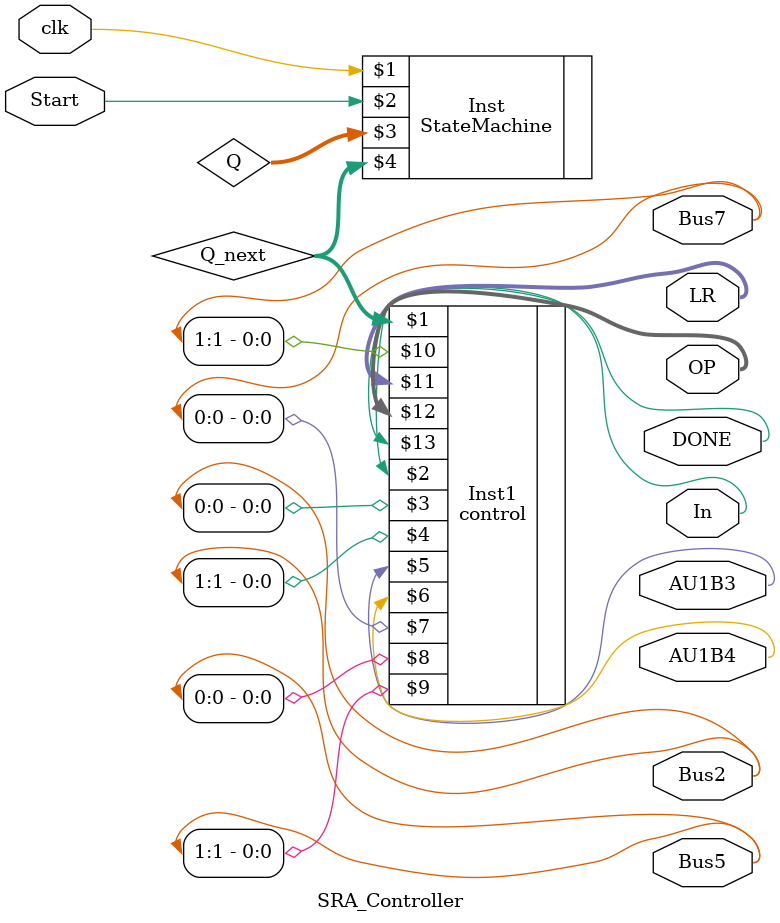
<source format=v>
module SRA_Controller(Start,clk,In,Bus2,AU1B3,AU1B4,Bus5,Bus7,LR,OP,DONE);
//define
	input wire Start,clk;
	output wire In,AU1B3,AU1B4,DONE;
	output wire [4:0] LR;
	output wire [3:0] OP;
	output wire [1:0] Bus2,Bus5,Bus7;
	
	wire[3:0] Q, Q_next;
//body
	StateMachine Inst (clk, Start,Q,Q_next);
	control Inst1 (Q_next,In,Bus2[0],Bus2[1],AU1B3,AU1B4,Bus7[0],Bus5[0],Bus5[1],Bus7[1],LR,OP,DONE);
endmodule
</source>
